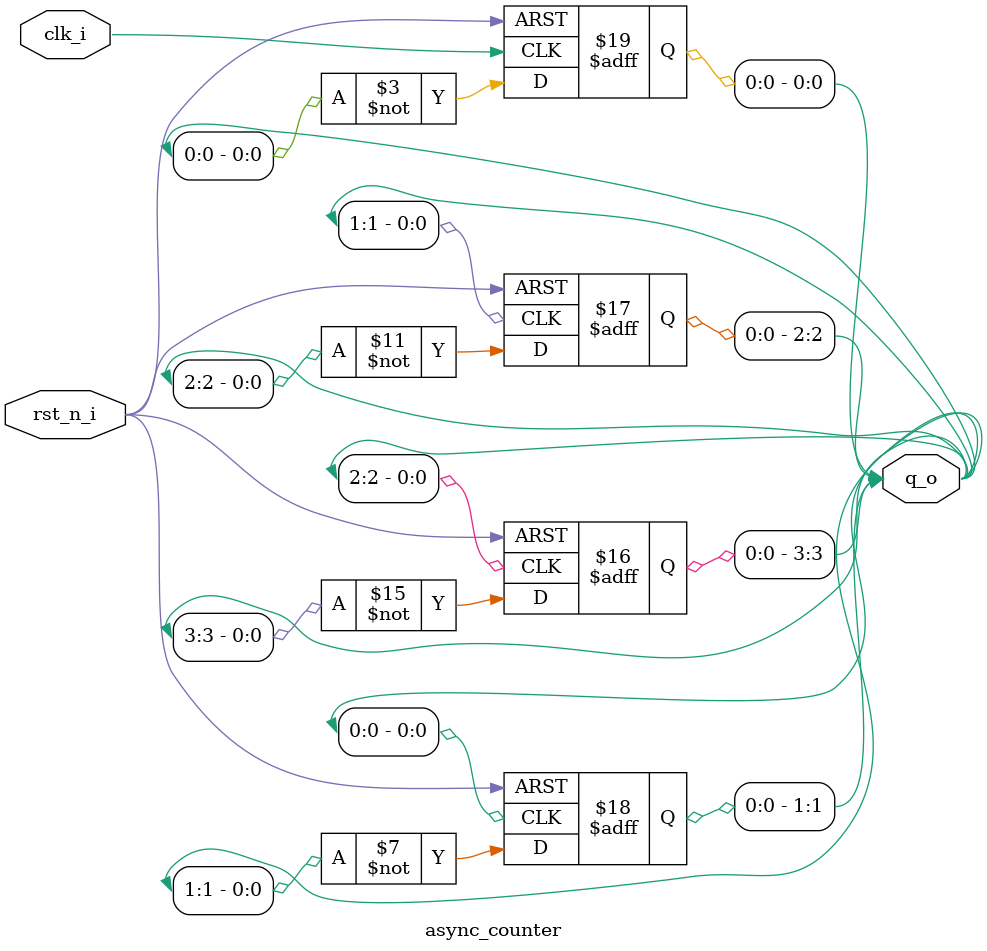
<source format=sv>

module async_counter(
  input              clk_i  , // Clock input
  input              rst_n_i, // Active low synchronous reset
  output logic [3:0] q_o      // Counter output
);
  
  always_ff @(posedge clk_i, negedge rst_n_i) begin
    if(!rst_n_i) q_o[0] <= 1'b0   ;
    else         q_o[0] <= ~q_o[0];
  end
  
  always_ff @(posedge ~q_o[0], negedge rst_n_i) begin
    if(!rst_n_i) q_o[1] <= 1'b0   ;
    else         q_o[1] <= ~q_o[1];
  end
  
  always_ff @(posedge ~q_o[1], negedge rst_n_i) begin
    if(!rst_n_i) q_o[2] <= 1'b0   ;
    else         q_o[2] <= ~q_o[2];
  end
  
  always_ff @(posedge ~q_o[2], negedge rst_n_i) begin
    if(!rst_n_i) q_o[3] <= 1'b0   ;
    else         q_o[3] <= ~q_o[3];
  end
  
endmodule

</source>
